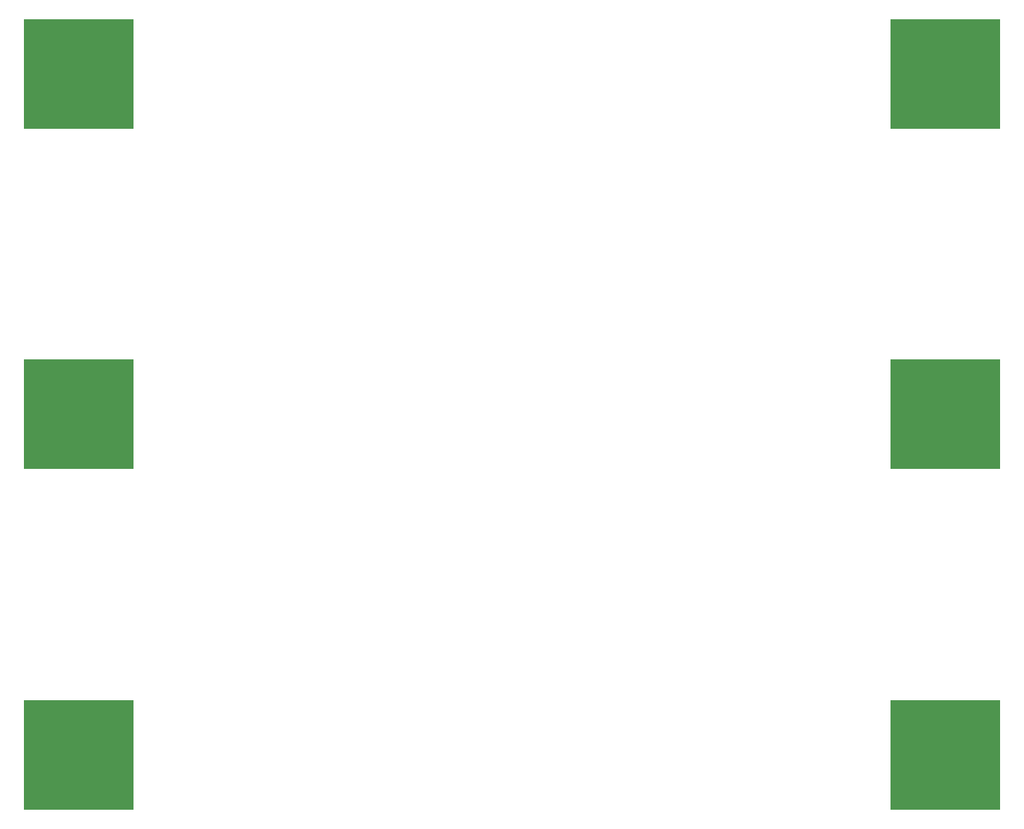
<source format=gbp>
G04*
G04 #@! TF.GenerationSoftware,Altium Limited,Altium Designer,23.8.1 (32)*
G04*
G04 Layer_Color=128*
%FSLAX44Y44*%
%MOMM*%
G71*
G04*
G04 #@! TF.SameCoordinates,4367AEAE-D2C0-438D-9D7F-6733A8EB5FA7*
G04*
G04*
G04 #@! TF.FilePolarity,Positive*
G04*
G01*
G75*
%ADD16R,12.0000X12.0000*%
%ADD17R,12.0000X12.0000*%
D16*
X475000Y-373490D02*
D03*
Y0D02*
D03*
Y373490D02*
D03*
D17*
X-475000Y-373490D02*
D03*
Y0D02*
D03*
Y373490D02*
D03*
M02*

</source>
